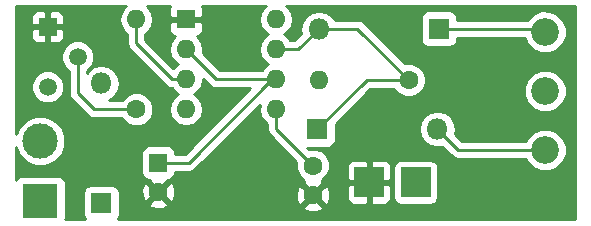
<source format=gbr>
G04 #@! TF.FileFunction,Copper,L2,Bot,Signal*
%FSLAX46Y46*%
G04 Gerber Fmt 4.6, Leading zero omitted, Abs format (unit mm)*
G04 Created by KiCad (PCBNEW 4.0.7-e2-6376~58~ubuntu16.04.1) date Mon Jan 22 09:02:58 2018*
%MOMM*%
%LPD*%
G01*
G04 APERTURE LIST*
%ADD10C,0.100000*%
%ADD11C,1.600000*%
%ADD12R,1.600000X1.600000*%
%ADD13R,3.000000X3.000000*%
%ADD14C,3.000000*%
%ADD15C,1.520000*%
%ADD16R,1.520000X1.520000*%
%ADD17O,1.600000X1.600000*%
%ADD18C,2.340000*%
%ADD19R,2.500000X2.500000*%
%ADD20R,1.800000X1.800000*%
%ADD21O,1.800000X1.800000*%
%ADD22C,0.250000*%
%ADD23C,0.254000*%
G04 APERTURE END LIST*
D10*
D11*
X126339600Y-85547200D03*
X126339600Y-88047200D03*
D12*
X113258600Y-85267800D03*
D11*
X113258600Y-87767800D03*
D13*
X103251000Y-88519000D03*
D14*
X103251000Y-83439000D03*
D15*
X106426000Y-76327000D03*
X103886000Y-78867000D03*
D16*
X103886000Y-73787000D03*
D11*
X111379000Y-80772000D03*
D17*
X111379000Y-73152000D03*
D11*
X134442200Y-78282800D03*
D17*
X126822200Y-78282800D03*
D18*
X146024600Y-74201000D03*
X146024600Y-79201000D03*
X146024600Y-84201000D03*
D12*
X115595400Y-73152000D03*
D17*
X123215400Y-80772000D03*
X115595400Y-75692000D03*
X123215400Y-78232000D03*
X115595400Y-78232000D03*
X123215400Y-75692000D03*
X115595400Y-80772000D03*
X123215400Y-73152000D03*
D19*
X131099100Y-86944200D03*
X135039100Y-86944200D03*
D20*
X137007600Y-73939400D03*
D21*
X126847600Y-73939400D03*
D20*
X126720600Y-82448400D03*
D21*
X136880600Y-82448400D03*
D20*
X108432600Y-88734900D03*
D21*
X108432600Y-78574900D03*
D22*
X123215400Y-80772000D02*
X123215400Y-82423000D01*
X123215400Y-82423000D02*
X126339600Y-85547200D01*
X123215400Y-78232000D02*
X122885200Y-78232000D01*
X122885200Y-78232000D02*
X115849400Y-85267800D01*
X115849400Y-85267800D02*
X113258600Y-85267800D01*
X123215400Y-78232000D02*
X118135400Y-78232000D01*
X118135400Y-78232000D02*
X115595400Y-75692000D01*
X137007600Y-73939400D02*
X145763000Y-73939400D01*
X145763000Y-73939400D02*
X146024600Y-74201000D01*
X134442200Y-78282800D02*
X130886200Y-78282800D01*
X130886200Y-78282800D02*
X126720600Y-82448400D01*
X126847600Y-73939400D02*
X130098800Y-73939400D01*
X130098800Y-73939400D02*
X134442200Y-78282800D01*
X123215400Y-75692000D02*
X125095000Y-75692000D01*
X125095000Y-75692000D02*
X126847600Y-73939400D01*
X146024600Y-84201000D02*
X138633200Y-84201000D01*
X138633200Y-84201000D02*
X136880600Y-82448400D01*
X115595400Y-78232000D02*
X114427000Y-78232000D01*
X111379000Y-75184000D02*
X111379000Y-73152000D01*
X114427000Y-78232000D02*
X111379000Y-75184000D01*
X106426000Y-76327000D02*
X106426000Y-79375000D01*
X107823000Y-80772000D02*
X111379000Y-80772000D01*
X106426000Y-79375000D02*
X107823000Y-80772000D01*
D23*
G36*
X110364302Y-72109189D02*
X110053233Y-72574736D01*
X109944000Y-73123887D01*
X109944000Y-73180113D01*
X110053233Y-73729264D01*
X110364302Y-74194811D01*
X110619000Y-74364995D01*
X110619000Y-75184000D01*
X110676852Y-75474839D01*
X110841599Y-75721401D01*
X113889599Y-78769401D01*
X114136161Y-78934148D01*
X114375569Y-78981770D01*
X114552589Y-79246698D01*
X114934675Y-79502000D01*
X114552589Y-79757302D01*
X114241520Y-80222849D01*
X114132287Y-80772000D01*
X114241520Y-81321151D01*
X114552589Y-81786698D01*
X115018136Y-82097767D01*
X115567287Y-82207000D01*
X115623513Y-82207000D01*
X116172664Y-82097767D01*
X116638211Y-81786698D01*
X116949280Y-81321151D01*
X117058513Y-80772000D01*
X116949280Y-80222849D01*
X116638211Y-79757302D01*
X116256125Y-79502000D01*
X116638211Y-79246698D01*
X116949280Y-78781151D01*
X117058513Y-78232000D01*
X117057995Y-78229397D01*
X117597999Y-78769401D01*
X117844560Y-78934148D01*
X117892814Y-78943746D01*
X118135400Y-78992000D01*
X121050398Y-78992000D01*
X115534598Y-84507800D01*
X114706040Y-84507800D01*
X114706040Y-84467800D01*
X114661762Y-84232483D01*
X114522690Y-84016359D01*
X114310490Y-83871369D01*
X114058600Y-83820360D01*
X112458600Y-83820360D01*
X112223283Y-83864638D01*
X112007159Y-84003710D01*
X111862169Y-84215910D01*
X111811160Y-84467800D01*
X111811160Y-86067800D01*
X111855438Y-86303117D01*
X111994510Y-86519241D01*
X112206710Y-86664231D01*
X112444801Y-86712446D01*
X112430461Y-86760055D01*
X113258600Y-87588195D01*
X114086739Y-86760055D01*
X114072455Y-86712633D01*
X114293917Y-86670962D01*
X114510041Y-86531890D01*
X114655031Y-86319690D01*
X114706040Y-86067800D01*
X114706040Y-86027800D01*
X115849400Y-86027800D01*
X116140239Y-85969948D01*
X116386801Y-85805201D01*
X121834794Y-80357208D01*
X121752287Y-80772000D01*
X121861520Y-81321151D01*
X122172589Y-81786698D01*
X122455400Y-81975667D01*
X122455400Y-82423000D01*
X122513252Y-82713839D01*
X122677999Y-82960401D01*
X124926344Y-85208746D01*
X124904850Y-85260509D01*
X124904352Y-85831387D01*
X125122357Y-86359000D01*
X125525677Y-86763024D01*
X125592144Y-86790623D01*
X125585595Y-86793336D01*
X125511461Y-87039455D01*
X126339600Y-87867595D01*
X127167739Y-87039455D01*
X127093605Y-86793336D01*
X127087117Y-86791004D01*
X127151400Y-86764443D01*
X127555424Y-86361123D01*
X127774350Y-85833891D01*
X127774582Y-85567890D01*
X129214100Y-85567890D01*
X129214100Y-86658450D01*
X129372850Y-86817200D01*
X130972100Y-86817200D01*
X130972100Y-85217950D01*
X131226100Y-85217950D01*
X131226100Y-86817200D01*
X132825350Y-86817200D01*
X132984100Y-86658450D01*
X132984100Y-85694200D01*
X133141660Y-85694200D01*
X133141660Y-88194200D01*
X133185938Y-88429517D01*
X133325010Y-88645641D01*
X133537210Y-88790631D01*
X133789100Y-88841640D01*
X136289100Y-88841640D01*
X136524417Y-88797362D01*
X136740541Y-88658290D01*
X136885531Y-88446090D01*
X136936540Y-88194200D01*
X136936540Y-85694200D01*
X136892262Y-85458883D01*
X136753190Y-85242759D01*
X136540990Y-85097769D01*
X136289100Y-85046760D01*
X133789100Y-85046760D01*
X133553783Y-85091038D01*
X133337659Y-85230110D01*
X133192669Y-85442310D01*
X133141660Y-85694200D01*
X132984100Y-85694200D01*
X132984100Y-85567890D01*
X132887427Y-85334501D01*
X132708798Y-85155873D01*
X132475409Y-85059200D01*
X131384850Y-85059200D01*
X131226100Y-85217950D01*
X130972100Y-85217950D01*
X130813350Y-85059200D01*
X129722791Y-85059200D01*
X129489402Y-85155873D01*
X129310773Y-85334501D01*
X129214100Y-85567890D01*
X127774582Y-85567890D01*
X127774848Y-85263013D01*
X127556843Y-84735400D01*
X127153523Y-84331376D01*
X126626291Y-84112450D01*
X126055413Y-84111952D01*
X126001451Y-84134249D01*
X125863042Y-83995840D01*
X127620600Y-83995840D01*
X127855917Y-83951562D01*
X128072041Y-83812490D01*
X128217031Y-83600290D01*
X128268040Y-83348400D01*
X128268040Y-82448400D01*
X135315528Y-82448400D01*
X135432373Y-83035819D01*
X135765119Y-83533809D01*
X136263109Y-83866555D01*
X136850528Y-83983400D01*
X136910672Y-83983400D01*
X137269435Y-83912037D01*
X138095799Y-84738401D01*
X138342361Y-84903148D01*
X138633200Y-84961000D01*
X144385612Y-84961000D01*
X144493503Y-85222115D01*
X145000815Y-85730312D01*
X145663988Y-86005686D01*
X146382062Y-86006313D01*
X147045715Y-85732097D01*
X147553912Y-85224785D01*
X147829286Y-84561612D01*
X147829913Y-83843538D01*
X147555697Y-83179885D01*
X147048385Y-82671688D01*
X146385212Y-82396314D01*
X145667138Y-82395687D01*
X145003485Y-82669903D01*
X144495288Y-83177215D01*
X144385755Y-83441000D01*
X138948002Y-83441000D01*
X138364331Y-82857329D01*
X138445672Y-82448400D01*
X138328827Y-81860981D01*
X137996081Y-81362991D01*
X137498091Y-81030245D01*
X136910672Y-80913400D01*
X136850528Y-80913400D01*
X136263109Y-81030245D01*
X135765119Y-81362991D01*
X135432373Y-81860981D01*
X135315528Y-82448400D01*
X128268040Y-82448400D01*
X128268040Y-81975762D01*
X131201002Y-79042800D01*
X133203554Y-79042800D01*
X133224957Y-79094600D01*
X133628277Y-79498624D01*
X134155509Y-79717550D01*
X134726387Y-79718048D01*
X135112615Y-79558462D01*
X144219287Y-79558462D01*
X144493503Y-80222115D01*
X145000815Y-80730312D01*
X145663988Y-81005686D01*
X146382062Y-81006313D01*
X147045715Y-80732097D01*
X147553912Y-80224785D01*
X147829286Y-79561612D01*
X147829913Y-78843538D01*
X147555697Y-78179885D01*
X147048385Y-77671688D01*
X146385212Y-77396314D01*
X145667138Y-77395687D01*
X145003485Y-77669903D01*
X144495288Y-78177215D01*
X144219914Y-78840388D01*
X144219287Y-79558462D01*
X135112615Y-79558462D01*
X135254000Y-79500043D01*
X135658024Y-79096723D01*
X135876950Y-78569491D01*
X135877448Y-77998613D01*
X135659443Y-77471000D01*
X135256123Y-77066976D01*
X134728891Y-76848050D01*
X134158013Y-76847552D01*
X134104051Y-76869849D01*
X130636201Y-73401999D01*
X130389639Y-73237252D01*
X130098800Y-73179400D01*
X128180512Y-73179400D01*
X128086968Y-73039400D01*
X135460160Y-73039400D01*
X135460160Y-74839400D01*
X135504438Y-75074717D01*
X135643510Y-75290841D01*
X135855710Y-75435831D01*
X136107600Y-75486840D01*
X137907600Y-75486840D01*
X138142917Y-75442562D01*
X138359041Y-75303490D01*
X138504031Y-75091290D01*
X138555040Y-74839400D01*
X138555040Y-74699400D01*
X144277521Y-74699400D01*
X144493503Y-75222115D01*
X145000815Y-75730312D01*
X145663988Y-76005686D01*
X146382062Y-76006313D01*
X147045715Y-75732097D01*
X147553912Y-75224785D01*
X147829286Y-74561612D01*
X147829913Y-73843538D01*
X147555697Y-73179885D01*
X147048385Y-72671688D01*
X146385212Y-72396314D01*
X145667138Y-72395687D01*
X145003485Y-72669903D01*
X144495288Y-73177215D01*
X144494381Y-73179400D01*
X138555040Y-73179400D01*
X138555040Y-73039400D01*
X138510762Y-72804083D01*
X138371690Y-72587959D01*
X138159490Y-72442969D01*
X137907600Y-72391960D01*
X136107600Y-72391960D01*
X135872283Y-72436238D01*
X135656159Y-72575310D01*
X135511169Y-72787510D01*
X135460160Y-73039400D01*
X128086968Y-73039400D01*
X127963081Y-72853991D01*
X127465091Y-72521245D01*
X126877672Y-72404400D01*
X126817528Y-72404400D01*
X126230109Y-72521245D01*
X125732119Y-72853991D01*
X125399373Y-73351981D01*
X125282528Y-73939400D01*
X125363869Y-74348329D01*
X124780198Y-74932000D01*
X124428395Y-74932000D01*
X124258211Y-74677302D01*
X123876125Y-74422000D01*
X124258211Y-74166698D01*
X124569280Y-73701151D01*
X124678513Y-73152000D01*
X124569280Y-72602849D01*
X124258211Y-72137302D01*
X124102412Y-72033200D01*
X148565800Y-72033200D01*
X148565800Y-90056900D01*
X109812800Y-90056900D01*
X109929031Y-89886790D01*
X109980040Y-89634900D01*
X109980040Y-88775545D01*
X112430461Y-88775545D01*
X112504595Y-89021664D01*
X113041823Y-89214765D01*
X113612054Y-89187578D01*
X113932257Y-89054945D01*
X125511461Y-89054945D01*
X125585595Y-89301064D01*
X126122823Y-89494165D01*
X126693054Y-89466978D01*
X127093605Y-89301064D01*
X127167739Y-89054945D01*
X126339600Y-88226805D01*
X125511461Y-89054945D01*
X113932257Y-89054945D01*
X114012605Y-89021664D01*
X114086739Y-88775545D01*
X113258600Y-87947405D01*
X112430461Y-88775545D01*
X109980040Y-88775545D01*
X109980040Y-87834900D01*
X109935762Y-87599583D01*
X109904515Y-87551023D01*
X111811635Y-87551023D01*
X111838822Y-88121254D01*
X112004736Y-88521805D01*
X112250855Y-88595939D01*
X113078995Y-87767800D01*
X113438205Y-87767800D01*
X114266345Y-88595939D01*
X114512464Y-88521805D01*
X114705565Y-87984577D01*
X114698216Y-87830423D01*
X124892635Y-87830423D01*
X124919822Y-88400654D01*
X125085736Y-88801205D01*
X125331855Y-88875339D01*
X126159995Y-88047200D01*
X126519205Y-88047200D01*
X127347345Y-88875339D01*
X127593464Y-88801205D01*
X127786565Y-88263977D01*
X127759378Y-87693746D01*
X127593464Y-87293195D01*
X127383496Y-87229950D01*
X129214100Y-87229950D01*
X129214100Y-88320510D01*
X129310773Y-88553899D01*
X129489402Y-88732527D01*
X129722791Y-88829200D01*
X130813350Y-88829200D01*
X130972100Y-88670450D01*
X130972100Y-87071200D01*
X131226100Y-87071200D01*
X131226100Y-88670450D01*
X131384850Y-88829200D01*
X132475409Y-88829200D01*
X132708798Y-88732527D01*
X132887427Y-88553899D01*
X132984100Y-88320510D01*
X132984100Y-87229950D01*
X132825350Y-87071200D01*
X131226100Y-87071200D01*
X130972100Y-87071200D01*
X129372850Y-87071200D01*
X129214100Y-87229950D01*
X127383496Y-87229950D01*
X127347345Y-87219061D01*
X126519205Y-88047200D01*
X126159995Y-88047200D01*
X125331855Y-87219061D01*
X125085736Y-87293195D01*
X124892635Y-87830423D01*
X114698216Y-87830423D01*
X114678378Y-87414346D01*
X114512464Y-87013795D01*
X114266345Y-86939661D01*
X113438205Y-87767800D01*
X113078995Y-87767800D01*
X112250855Y-86939661D01*
X112004736Y-87013795D01*
X111811635Y-87551023D01*
X109904515Y-87551023D01*
X109796690Y-87383459D01*
X109584490Y-87238469D01*
X109332600Y-87187460D01*
X107532600Y-87187460D01*
X107297283Y-87231738D01*
X107081159Y-87370810D01*
X106936169Y-87583010D01*
X106885160Y-87834900D01*
X106885160Y-89634900D01*
X106929438Y-89870217D01*
X107049565Y-90056900D01*
X105390765Y-90056900D01*
X105398440Y-90019000D01*
X105398440Y-87019000D01*
X105354162Y-86783683D01*
X105215090Y-86567559D01*
X105002890Y-86422569D01*
X104751000Y-86371560D01*
X101751000Y-86371560D01*
X101515683Y-86415838D01*
X101299559Y-86554910D01*
X101167000Y-86748917D01*
X101167000Y-83986140D01*
X101439980Y-84646800D01*
X102040041Y-85247909D01*
X102824459Y-85573628D01*
X103673815Y-85574370D01*
X104458800Y-85250020D01*
X105059909Y-84649959D01*
X105385628Y-83865541D01*
X105386370Y-83016185D01*
X105062020Y-82231200D01*
X104461959Y-81630091D01*
X103677541Y-81304372D01*
X102828185Y-81303630D01*
X102043200Y-81627980D01*
X101442091Y-82228041D01*
X101167000Y-82890533D01*
X101167000Y-79143265D01*
X102490758Y-79143265D01*
X102702687Y-79656172D01*
X103094764Y-80048934D01*
X103607300Y-80261758D01*
X104162265Y-80262242D01*
X104675172Y-80050313D01*
X105067934Y-79658236D01*
X105280758Y-79145700D01*
X105281242Y-78590735D01*
X105069313Y-78077828D01*
X104677236Y-77685066D01*
X104164700Y-77472242D01*
X103609735Y-77471758D01*
X103096828Y-77683687D01*
X102704066Y-78075764D01*
X102491242Y-78588300D01*
X102490758Y-79143265D01*
X101167000Y-79143265D01*
X101167000Y-76603265D01*
X105030758Y-76603265D01*
X105242687Y-77116172D01*
X105634764Y-77508934D01*
X105666000Y-77521904D01*
X105666000Y-79375000D01*
X105723852Y-79665839D01*
X105888599Y-79912401D01*
X107285599Y-81309401D01*
X107532160Y-81474148D01*
X107823000Y-81532000D01*
X110140354Y-81532000D01*
X110161757Y-81583800D01*
X110565077Y-81987824D01*
X111092309Y-82206750D01*
X111663187Y-82207248D01*
X112190800Y-81989243D01*
X112594824Y-81585923D01*
X112813750Y-81058691D01*
X112814248Y-80487813D01*
X112596243Y-79960200D01*
X112192923Y-79556176D01*
X111665691Y-79337250D01*
X111094813Y-79336752D01*
X110567200Y-79554757D01*
X110163176Y-79958077D01*
X110140785Y-80012000D01*
X109036672Y-80012000D01*
X109518009Y-79690381D01*
X109850755Y-79192391D01*
X109967600Y-78604972D01*
X109967600Y-78544828D01*
X109850755Y-77957409D01*
X109518009Y-77459419D01*
X109020019Y-77126673D01*
X108432600Y-77009828D01*
X107845181Y-77126673D01*
X107347191Y-77459419D01*
X107186000Y-77700659D01*
X107186000Y-77522367D01*
X107215172Y-77510313D01*
X107607934Y-77118236D01*
X107820758Y-76605700D01*
X107821242Y-76050735D01*
X107609313Y-75537828D01*
X107217236Y-75145066D01*
X106704700Y-74932242D01*
X106149735Y-74931758D01*
X105636828Y-75143687D01*
X105244066Y-75535764D01*
X105031242Y-76048300D01*
X105030758Y-76603265D01*
X101167000Y-76603265D01*
X101167000Y-74072750D01*
X102491000Y-74072750D01*
X102491000Y-74673310D01*
X102587673Y-74906699D01*
X102766302Y-75085327D01*
X102999691Y-75182000D01*
X103600250Y-75182000D01*
X103759000Y-75023250D01*
X103759000Y-73914000D01*
X104013000Y-73914000D01*
X104013000Y-75023250D01*
X104171750Y-75182000D01*
X104772309Y-75182000D01*
X105005698Y-75085327D01*
X105184327Y-74906699D01*
X105281000Y-74673310D01*
X105281000Y-74072750D01*
X105122250Y-73914000D01*
X104013000Y-73914000D01*
X103759000Y-73914000D01*
X102649750Y-73914000D01*
X102491000Y-74072750D01*
X101167000Y-74072750D01*
X101167000Y-72900690D01*
X102491000Y-72900690D01*
X102491000Y-73501250D01*
X102649750Y-73660000D01*
X103759000Y-73660000D01*
X103759000Y-72550750D01*
X104013000Y-72550750D01*
X104013000Y-73660000D01*
X105122250Y-73660000D01*
X105281000Y-73501250D01*
X105281000Y-72900690D01*
X105184327Y-72667301D01*
X105005698Y-72488673D01*
X104772309Y-72392000D01*
X104171750Y-72392000D01*
X104013000Y-72550750D01*
X103759000Y-72550750D01*
X103600250Y-72392000D01*
X102999691Y-72392000D01*
X102766302Y-72488673D01*
X102587673Y-72667301D01*
X102491000Y-72900690D01*
X101167000Y-72900690D01*
X101167000Y-72033200D01*
X110478027Y-72033200D01*
X110364302Y-72109189D01*
X110364302Y-72109189D01*
G37*
X110364302Y-72109189D02*
X110053233Y-72574736D01*
X109944000Y-73123887D01*
X109944000Y-73180113D01*
X110053233Y-73729264D01*
X110364302Y-74194811D01*
X110619000Y-74364995D01*
X110619000Y-75184000D01*
X110676852Y-75474839D01*
X110841599Y-75721401D01*
X113889599Y-78769401D01*
X114136161Y-78934148D01*
X114375569Y-78981770D01*
X114552589Y-79246698D01*
X114934675Y-79502000D01*
X114552589Y-79757302D01*
X114241520Y-80222849D01*
X114132287Y-80772000D01*
X114241520Y-81321151D01*
X114552589Y-81786698D01*
X115018136Y-82097767D01*
X115567287Y-82207000D01*
X115623513Y-82207000D01*
X116172664Y-82097767D01*
X116638211Y-81786698D01*
X116949280Y-81321151D01*
X117058513Y-80772000D01*
X116949280Y-80222849D01*
X116638211Y-79757302D01*
X116256125Y-79502000D01*
X116638211Y-79246698D01*
X116949280Y-78781151D01*
X117058513Y-78232000D01*
X117057995Y-78229397D01*
X117597999Y-78769401D01*
X117844560Y-78934148D01*
X117892814Y-78943746D01*
X118135400Y-78992000D01*
X121050398Y-78992000D01*
X115534598Y-84507800D01*
X114706040Y-84507800D01*
X114706040Y-84467800D01*
X114661762Y-84232483D01*
X114522690Y-84016359D01*
X114310490Y-83871369D01*
X114058600Y-83820360D01*
X112458600Y-83820360D01*
X112223283Y-83864638D01*
X112007159Y-84003710D01*
X111862169Y-84215910D01*
X111811160Y-84467800D01*
X111811160Y-86067800D01*
X111855438Y-86303117D01*
X111994510Y-86519241D01*
X112206710Y-86664231D01*
X112444801Y-86712446D01*
X112430461Y-86760055D01*
X113258600Y-87588195D01*
X114086739Y-86760055D01*
X114072455Y-86712633D01*
X114293917Y-86670962D01*
X114510041Y-86531890D01*
X114655031Y-86319690D01*
X114706040Y-86067800D01*
X114706040Y-86027800D01*
X115849400Y-86027800D01*
X116140239Y-85969948D01*
X116386801Y-85805201D01*
X121834794Y-80357208D01*
X121752287Y-80772000D01*
X121861520Y-81321151D01*
X122172589Y-81786698D01*
X122455400Y-81975667D01*
X122455400Y-82423000D01*
X122513252Y-82713839D01*
X122677999Y-82960401D01*
X124926344Y-85208746D01*
X124904850Y-85260509D01*
X124904352Y-85831387D01*
X125122357Y-86359000D01*
X125525677Y-86763024D01*
X125592144Y-86790623D01*
X125585595Y-86793336D01*
X125511461Y-87039455D01*
X126339600Y-87867595D01*
X127167739Y-87039455D01*
X127093605Y-86793336D01*
X127087117Y-86791004D01*
X127151400Y-86764443D01*
X127555424Y-86361123D01*
X127774350Y-85833891D01*
X127774582Y-85567890D01*
X129214100Y-85567890D01*
X129214100Y-86658450D01*
X129372850Y-86817200D01*
X130972100Y-86817200D01*
X130972100Y-85217950D01*
X131226100Y-85217950D01*
X131226100Y-86817200D01*
X132825350Y-86817200D01*
X132984100Y-86658450D01*
X132984100Y-85694200D01*
X133141660Y-85694200D01*
X133141660Y-88194200D01*
X133185938Y-88429517D01*
X133325010Y-88645641D01*
X133537210Y-88790631D01*
X133789100Y-88841640D01*
X136289100Y-88841640D01*
X136524417Y-88797362D01*
X136740541Y-88658290D01*
X136885531Y-88446090D01*
X136936540Y-88194200D01*
X136936540Y-85694200D01*
X136892262Y-85458883D01*
X136753190Y-85242759D01*
X136540990Y-85097769D01*
X136289100Y-85046760D01*
X133789100Y-85046760D01*
X133553783Y-85091038D01*
X133337659Y-85230110D01*
X133192669Y-85442310D01*
X133141660Y-85694200D01*
X132984100Y-85694200D01*
X132984100Y-85567890D01*
X132887427Y-85334501D01*
X132708798Y-85155873D01*
X132475409Y-85059200D01*
X131384850Y-85059200D01*
X131226100Y-85217950D01*
X130972100Y-85217950D01*
X130813350Y-85059200D01*
X129722791Y-85059200D01*
X129489402Y-85155873D01*
X129310773Y-85334501D01*
X129214100Y-85567890D01*
X127774582Y-85567890D01*
X127774848Y-85263013D01*
X127556843Y-84735400D01*
X127153523Y-84331376D01*
X126626291Y-84112450D01*
X126055413Y-84111952D01*
X126001451Y-84134249D01*
X125863042Y-83995840D01*
X127620600Y-83995840D01*
X127855917Y-83951562D01*
X128072041Y-83812490D01*
X128217031Y-83600290D01*
X128268040Y-83348400D01*
X128268040Y-82448400D01*
X135315528Y-82448400D01*
X135432373Y-83035819D01*
X135765119Y-83533809D01*
X136263109Y-83866555D01*
X136850528Y-83983400D01*
X136910672Y-83983400D01*
X137269435Y-83912037D01*
X138095799Y-84738401D01*
X138342361Y-84903148D01*
X138633200Y-84961000D01*
X144385612Y-84961000D01*
X144493503Y-85222115D01*
X145000815Y-85730312D01*
X145663988Y-86005686D01*
X146382062Y-86006313D01*
X147045715Y-85732097D01*
X147553912Y-85224785D01*
X147829286Y-84561612D01*
X147829913Y-83843538D01*
X147555697Y-83179885D01*
X147048385Y-82671688D01*
X146385212Y-82396314D01*
X145667138Y-82395687D01*
X145003485Y-82669903D01*
X144495288Y-83177215D01*
X144385755Y-83441000D01*
X138948002Y-83441000D01*
X138364331Y-82857329D01*
X138445672Y-82448400D01*
X138328827Y-81860981D01*
X137996081Y-81362991D01*
X137498091Y-81030245D01*
X136910672Y-80913400D01*
X136850528Y-80913400D01*
X136263109Y-81030245D01*
X135765119Y-81362991D01*
X135432373Y-81860981D01*
X135315528Y-82448400D01*
X128268040Y-82448400D01*
X128268040Y-81975762D01*
X131201002Y-79042800D01*
X133203554Y-79042800D01*
X133224957Y-79094600D01*
X133628277Y-79498624D01*
X134155509Y-79717550D01*
X134726387Y-79718048D01*
X135112615Y-79558462D01*
X144219287Y-79558462D01*
X144493503Y-80222115D01*
X145000815Y-80730312D01*
X145663988Y-81005686D01*
X146382062Y-81006313D01*
X147045715Y-80732097D01*
X147553912Y-80224785D01*
X147829286Y-79561612D01*
X147829913Y-78843538D01*
X147555697Y-78179885D01*
X147048385Y-77671688D01*
X146385212Y-77396314D01*
X145667138Y-77395687D01*
X145003485Y-77669903D01*
X144495288Y-78177215D01*
X144219914Y-78840388D01*
X144219287Y-79558462D01*
X135112615Y-79558462D01*
X135254000Y-79500043D01*
X135658024Y-79096723D01*
X135876950Y-78569491D01*
X135877448Y-77998613D01*
X135659443Y-77471000D01*
X135256123Y-77066976D01*
X134728891Y-76848050D01*
X134158013Y-76847552D01*
X134104051Y-76869849D01*
X130636201Y-73401999D01*
X130389639Y-73237252D01*
X130098800Y-73179400D01*
X128180512Y-73179400D01*
X128086968Y-73039400D01*
X135460160Y-73039400D01*
X135460160Y-74839400D01*
X135504438Y-75074717D01*
X135643510Y-75290841D01*
X135855710Y-75435831D01*
X136107600Y-75486840D01*
X137907600Y-75486840D01*
X138142917Y-75442562D01*
X138359041Y-75303490D01*
X138504031Y-75091290D01*
X138555040Y-74839400D01*
X138555040Y-74699400D01*
X144277521Y-74699400D01*
X144493503Y-75222115D01*
X145000815Y-75730312D01*
X145663988Y-76005686D01*
X146382062Y-76006313D01*
X147045715Y-75732097D01*
X147553912Y-75224785D01*
X147829286Y-74561612D01*
X147829913Y-73843538D01*
X147555697Y-73179885D01*
X147048385Y-72671688D01*
X146385212Y-72396314D01*
X145667138Y-72395687D01*
X145003485Y-72669903D01*
X144495288Y-73177215D01*
X144494381Y-73179400D01*
X138555040Y-73179400D01*
X138555040Y-73039400D01*
X138510762Y-72804083D01*
X138371690Y-72587959D01*
X138159490Y-72442969D01*
X137907600Y-72391960D01*
X136107600Y-72391960D01*
X135872283Y-72436238D01*
X135656159Y-72575310D01*
X135511169Y-72787510D01*
X135460160Y-73039400D01*
X128086968Y-73039400D01*
X127963081Y-72853991D01*
X127465091Y-72521245D01*
X126877672Y-72404400D01*
X126817528Y-72404400D01*
X126230109Y-72521245D01*
X125732119Y-72853991D01*
X125399373Y-73351981D01*
X125282528Y-73939400D01*
X125363869Y-74348329D01*
X124780198Y-74932000D01*
X124428395Y-74932000D01*
X124258211Y-74677302D01*
X123876125Y-74422000D01*
X124258211Y-74166698D01*
X124569280Y-73701151D01*
X124678513Y-73152000D01*
X124569280Y-72602849D01*
X124258211Y-72137302D01*
X124102412Y-72033200D01*
X148565800Y-72033200D01*
X148565800Y-90056900D01*
X109812800Y-90056900D01*
X109929031Y-89886790D01*
X109980040Y-89634900D01*
X109980040Y-88775545D01*
X112430461Y-88775545D01*
X112504595Y-89021664D01*
X113041823Y-89214765D01*
X113612054Y-89187578D01*
X113932257Y-89054945D01*
X125511461Y-89054945D01*
X125585595Y-89301064D01*
X126122823Y-89494165D01*
X126693054Y-89466978D01*
X127093605Y-89301064D01*
X127167739Y-89054945D01*
X126339600Y-88226805D01*
X125511461Y-89054945D01*
X113932257Y-89054945D01*
X114012605Y-89021664D01*
X114086739Y-88775545D01*
X113258600Y-87947405D01*
X112430461Y-88775545D01*
X109980040Y-88775545D01*
X109980040Y-87834900D01*
X109935762Y-87599583D01*
X109904515Y-87551023D01*
X111811635Y-87551023D01*
X111838822Y-88121254D01*
X112004736Y-88521805D01*
X112250855Y-88595939D01*
X113078995Y-87767800D01*
X113438205Y-87767800D01*
X114266345Y-88595939D01*
X114512464Y-88521805D01*
X114705565Y-87984577D01*
X114698216Y-87830423D01*
X124892635Y-87830423D01*
X124919822Y-88400654D01*
X125085736Y-88801205D01*
X125331855Y-88875339D01*
X126159995Y-88047200D01*
X126519205Y-88047200D01*
X127347345Y-88875339D01*
X127593464Y-88801205D01*
X127786565Y-88263977D01*
X127759378Y-87693746D01*
X127593464Y-87293195D01*
X127383496Y-87229950D01*
X129214100Y-87229950D01*
X129214100Y-88320510D01*
X129310773Y-88553899D01*
X129489402Y-88732527D01*
X129722791Y-88829200D01*
X130813350Y-88829200D01*
X130972100Y-88670450D01*
X130972100Y-87071200D01*
X131226100Y-87071200D01*
X131226100Y-88670450D01*
X131384850Y-88829200D01*
X132475409Y-88829200D01*
X132708798Y-88732527D01*
X132887427Y-88553899D01*
X132984100Y-88320510D01*
X132984100Y-87229950D01*
X132825350Y-87071200D01*
X131226100Y-87071200D01*
X130972100Y-87071200D01*
X129372850Y-87071200D01*
X129214100Y-87229950D01*
X127383496Y-87229950D01*
X127347345Y-87219061D01*
X126519205Y-88047200D01*
X126159995Y-88047200D01*
X125331855Y-87219061D01*
X125085736Y-87293195D01*
X124892635Y-87830423D01*
X114698216Y-87830423D01*
X114678378Y-87414346D01*
X114512464Y-87013795D01*
X114266345Y-86939661D01*
X113438205Y-87767800D01*
X113078995Y-87767800D01*
X112250855Y-86939661D01*
X112004736Y-87013795D01*
X111811635Y-87551023D01*
X109904515Y-87551023D01*
X109796690Y-87383459D01*
X109584490Y-87238469D01*
X109332600Y-87187460D01*
X107532600Y-87187460D01*
X107297283Y-87231738D01*
X107081159Y-87370810D01*
X106936169Y-87583010D01*
X106885160Y-87834900D01*
X106885160Y-89634900D01*
X106929438Y-89870217D01*
X107049565Y-90056900D01*
X105390765Y-90056900D01*
X105398440Y-90019000D01*
X105398440Y-87019000D01*
X105354162Y-86783683D01*
X105215090Y-86567559D01*
X105002890Y-86422569D01*
X104751000Y-86371560D01*
X101751000Y-86371560D01*
X101515683Y-86415838D01*
X101299559Y-86554910D01*
X101167000Y-86748917D01*
X101167000Y-83986140D01*
X101439980Y-84646800D01*
X102040041Y-85247909D01*
X102824459Y-85573628D01*
X103673815Y-85574370D01*
X104458800Y-85250020D01*
X105059909Y-84649959D01*
X105385628Y-83865541D01*
X105386370Y-83016185D01*
X105062020Y-82231200D01*
X104461959Y-81630091D01*
X103677541Y-81304372D01*
X102828185Y-81303630D01*
X102043200Y-81627980D01*
X101442091Y-82228041D01*
X101167000Y-82890533D01*
X101167000Y-79143265D01*
X102490758Y-79143265D01*
X102702687Y-79656172D01*
X103094764Y-80048934D01*
X103607300Y-80261758D01*
X104162265Y-80262242D01*
X104675172Y-80050313D01*
X105067934Y-79658236D01*
X105280758Y-79145700D01*
X105281242Y-78590735D01*
X105069313Y-78077828D01*
X104677236Y-77685066D01*
X104164700Y-77472242D01*
X103609735Y-77471758D01*
X103096828Y-77683687D01*
X102704066Y-78075764D01*
X102491242Y-78588300D01*
X102490758Y-79143265D01*
X101167000Y-79143265D01*
X101167000Y-76603265D01*
X105030758Y-76603265D01*
X105242687Y-77116172D01*
X105634764Y-77508934D01*
X105666000Y-77521904D01*
X105666000Y-79375000D01*
X105723852Y-79665839D01*
X105888599Y-79912401D01*
X107285599Y-81309401D01*
X107532160Y-81474148D01*
X107823000Y-81532000D01*
X110140354Y-81532000D01*
X110161757Y-81583800D01*
X110565077Y-81987824D01*
X111092309Y-82206750D01*
X111663187Y-82207248D01*
X112190800Y-81989243D01*
X112594824Y-81585923D01*
X112813750Y-81058691D01*
X112814248Y-80487813D01*
X112596243Y-79960200D01*
X112192923Y-79556176D01*
X111665691Y-79337250D01*
X111094813Y-79336752D01*
X110567200Y-79554757D01*
X110163176Y-79958077D01*
X110140785Y-80012000D01*
X109036672Y-80012000D01*
X109518009Y-79690381D01*
X109850755Y-79192391D01*
X109967600Y-78604972D01*
X109967600Y-78544828D01*
X109850755Y-77957409D01*
X109518009Y-77459419D01*
X109020019Y-77126673D01*
X108432600Y-77009828D01*
X107845181Y-77126673D01*
X107347191Y-77459419D01*
X107186000Y-77700659D01*
X107186000Y-77522367D01*
X107215172Y-77510313D01*
X107607934Y-77118236D01*
X107820758Y-76605700D01*
X107821242Y-76050735D01*
X107609313Y-75537828D01*
X107217236Y-75145066D01*
X106704700Y-74932242D01*
X106149735Y-74931758D01*
X105636828Y-75143687D01*
X105244066Y-75535764D01*
X105031242Y-76048300D01*
X105030758Y-76603265D01*
X101167000Y-76603265D01*
X101167000Y-74072750D01*
X102491000Y-74072750D01*
X102491000Y-74673310D01*
X102587673Y-74906699D01*
X102766302Y-75085327D01*
X102999691Y-75182000D01*
X103600250Y-75182000D01*
X103759000Y-75023250D01*
X103759000Y-73914000D01*
X104013000Y-73914000D01*
X104013000Y-75023250D01*
X104171750Y-75182000D01*
X104772309Y-75182000D01*
X105005698Y-75085327D01*
X105184327Y-74906699D01*
X105281000Y-74673310D01*
X105281000Y-74072750D01*
X105122250Y-73914000D01*
X104013000Y-73914000D01*
X103759000Y-73914000D01*
X102649750Y-73914000D01*
X102491000Y-74072750D01*
X101167000Y-74072750D01*
X101167000Y-72900690D01*
X102491000Y-72900690D01*
X102491000Y-73501250D01*
X102649750Y-73660000D01*
X103759000Y-73660000D01*
X103759000Y-72550750D01*
X104013000Y-72550750D01*
X104013000Y-73660000D01*
X105122250Y-73660000D01*
X105281000Y-73501250D01*
X105281000Y-72900690D01*
X105184327Y-72667301D01*
X105005698Y-72488673D01*
X104772309Y-72392000D01*
X104171750Y-72392000D01*
X104013000Y-72550750D01*
X103759000Y-72550750D01*
X103600250Y-72392000D01*
X102999691Y-72392000D01*
X102766302Y-72488673D01*
X102587673Y-72667301D01*
X102491000Y-72900690D01*
X101167000Y-72900690D01*
X101167000Y-72033200D01*
X110478027Y-72033200D01*
X110364302Y-72109189D01*
G36*
X114160400Y-72225690D02*
X114160400Y-72866250D01*
X114319150Y-73025000D01*
X115468400Y-73025000D01*
X115468400Y-73005000D01*
X115722400Y-73005000D01*
X115722400Y-73025000D01*
X116871650Y-73025000D01*
X117030400Y-72866250D01*
X117030400Y-72225690D01*
X116950668Y-72033200D01*
X122328388Y-72033200D01*
X122172589Y-72137302D01*
X121861520Y-72602849D01*
X121752287Y-73152000D01*
X121861520Y-73701151D01*
X122172589Y-74166698D01*
X122554675Y-74422000D01*
X122172589Y-74677302D01*
X121861520Y-75142849D01*
X121752287Y-75692000D01*
X121861520Y-76241151D01*
X122172589Y-76706698D01*
X122554675Y-76962000D01*
X122172589Y-77217302D01*
X122002405Y-77472000D01*
X118450202Y-77472000D01*
X116994088Y-76015886D01*
X117058513Y-75692000D01*
X116949280Y-75142849D01*
X116638211Y-74677302D01*
X116503065Y-74587000D01*
X116521709Y-74587000D01*
X116755098Y-74490327D01*
X116933727Y-74311699D01*
X117030400Y-74078310D01*
X117030400Y-73437750D01*
X116871650Y-73279000D01*
X115722400Y-73279000D01*
X115722400Y-73299000D01*
X115468400Y-73299000D01*
X115468400Y-73279000D01*
X114319150Y-73279000D01*
X114160400Y-73437750D01*
X114160400Y-74078310D01*
X114257073Y-74311699D01*
X114435702Y-74490327D01*
X114669091Y-74587000D01*
X114687735Y-74587000D01*
X114552589Y-74677302D01*
X114241520Y-75142849D01*
X114132287Y-75692000D01*
X114241520Y-76241151D01*
X114552589Y-76706698D01*
X114934675Y-76962000D01*
X114552589Y-77217302D01*
X114526359Y-77256557D01*
X112139000Y-74869198D01*
X112139000Y-74364995D01*
X112393698Y-74194811D01*
X112704767Y-73729264D01*
X112814000Y-73180113D01*
X112814000Y-73123887D01*
X112704767Y-72574736D01*
X112393698Y-72109189D01*
X112279973Y-72033200D01*
X114240132Y-72033200D01*
X114160400Y-72225690D01*
X114160400Y-72225690D01*
G37*
X114160400Y-72225690D02*
X114160400Y-72866250D01*
X114319150Y-73025000D01*
X115468400Y-73025000D01*
X115468400Y-73005000D01*
X115722400Y-73005000D01*
X115722400Y-73025000D01*
X116871650Y-73025000D01*
X117030400Y-72866250D01*
X117030400Y-72225690D01*
X116950668Y-72033200D01*
X122328388Y-72033200D01*
X122172589Y-72137302D01*
X121861520Y-72602849D01*
X121752287Y-73152000D01*
X121861520Y-73701151D01*
X122172589Y-74166698D01*
X122554675Y-74422000D01*
X122172589Y-74677302D01*
X121861520Y-75142849D01*
X121752287Y-75692000D01*
X121861520Y-76241151D01*
X122172589Y-76706698D01*
X122554675Y-76962000D01*
X122172589Y-77217302D01*
X122002405Y-77472000D01*
X118450202Y-77472000D01*
X116994088Y-76015886D01*
X117058513Y-75692000D01*
X116949280Y-75142849D01*
X116638211Y-74677302D01*
X116503065Y-74587000D01*
X116521709Y-74587000D01*
X116755098Y-74490327D01*
X116933727Y-74311699D01*
X117030400Y-74078310D01*
X117030400Y-73437750D01*
X116871650Y-73279000D01*
X115722400Y-73279000D01*
X115722400Y-73299000D01*
X115468400Y-73299000D01*
X115468400Y-73279000D01*
X114319150Y-73279000D01*
X114160400Y-73437750D01*
X114160400Y-74078310D01*
X114257073Y-74311699D01*
X114435702Y-74490327D01*
X114669091Y-74587000D01*
X114687735Y-74587000D01*
X114552589Y-74677302D01*
X114241520Y-75142849D01*
X114132287Y-75692000D01*
X114241520Y-76241151D01*
X114552589Y-76706698D01*
X114934675Y-76962000D01*
X114552589Y-77217302D01*
X114526359Y-77256557D01*
X112139000Y-74869198D01*
X112139000Y-74364995D01*
X112393698Y-74194811D01*
X112704767Y-73729264D01*
X112814000Y-73180113D01*
X112814000Y-73123887D01*
X112704767Y-72574736D01*
X112393698Y-72109189D01*
X112279973Y-72033200D01*
X114240132Y-72033200D01*
X114160400Y-72225690D01*
M02*

</source>
